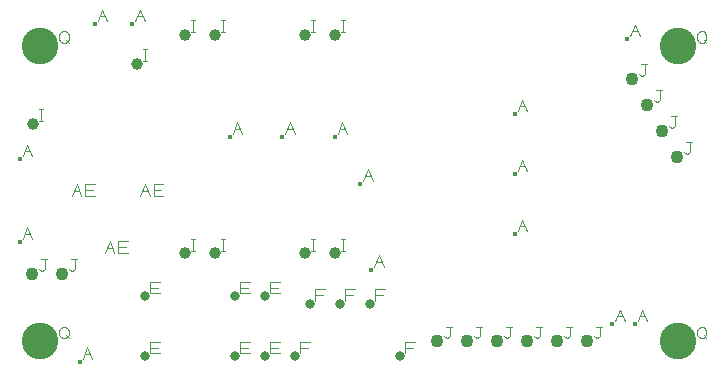
<source format=gbr>
G04 GENERATED BY PULSONIX 12.5 GERBER.DLL 9449*
G04 #@! TF.GenerationSoftware,Pulsonix,Pulsonix,12.5.9449*
G04 #@! TF.CreationDate,2025-04-26T21:18:15--1:00*
G04 #@! TF.Part,Single*
%FSLAX35Y35*%
%LPD*%
%MOMM*%
G04 #@! TF.FileFunction,Drillmap*
G04 #@! TF.FilePolarity,Positive*
G04 #@! TA.AperFunction,ViaPad*
%ADD107C,0.40000*%
G04 #@! TD.AperFunction*
%ADD108C,0.10000*%
G04 #@! TA.AperFunction,WasherPad*
%ADD109C,3.10000*%
G04 #@! TA.AperFunction,ComponentPad*
%ADD110C,1.00000*%
%ADD111C,0.81280*%
%ADD112C,0.80000*%
%ADD113C,1.10000*%
G04 #@! TD.AperFunction*
X0Y0D02*
D02*
D107*
X530925Y1358500D03*
Y2057000D03*
X1038925Y342500D03*
X1165925Y3200000D03*
X1483425D03*
X2308925Y2247500D03*
X2753425D03*
X3197925D03*
X3414550Y1849000D03*
X3509800Y1118750D03*
X4721925Y1422000D03*
Y1930000D03*
Y2438000D03*
X5547425Y660000D03*
X5674425Y3073000D03*
X5737925Y660000D03*
D02*
D108*
X555925Y1383206D02*
X597101Y1482029D01*
X638278Y1383206D01*
X572396Y1424382D02*
X621807Y1424382D01*
X555925Y2081706D02*
X597101Y2180529D01*
X638278Y2081706D01*
X572396Y2122882D02*
X621807Y2122882D01*
X695984Y2381706D02*
X728925Y2381706D01*
X712455D02*
X712455Y2480529D01*
X695984D02*
X728925Y2480529D01*
X696425Y1128176D02*
X704660Y1119941D01*
X721131Y1111706D01*
X737601Y1119941D01*
X745837Y1128176D01*
Y1210529D01*
X762307D01*
X745837D02*
X712896Y1210529D01*
X863925Y573147D02*
X863925Y606088D01*
X872160Y622559D01*
X880396Y630794D01*
X896866Y639029D01*
X913337D01*
X929807Y630794D01*
X938043Y622559D01*
X946278Y606088D01*
Y573147D01*
X938043Y556676D01*
X929807Y548441D01*
X913337Y540206D01*
X896866D01*
X880396Y548441D01*
X872160Y556676D01*
X863925Y573147D01*
X921572Y564912D02*
X946278Y540206D01*
X863925Y3073147D02*
X863925Y3106088D01*
X872160Y3122559D01*
X880396Y3130794D01*
X896866Y3139029D01*
X913337D01*
X929807Y3130794D01*
X938043Y3122559D01*
X946278Y3106088D01*
Y3073147D01*
X938043Y3056676D01*
X929807Y3048441D01*
X913337Y3040206D01*
X896866D01*
X880396Y3048441D01*
X872160Y3056676D01*
X863925Y3073147D01*
X921572Y3064912D02*
X946278Y3040206D01*
X950425Y1128176D02*
X958660Y1119941D01*
X975131Y1111706D01*
X991601Y1119941D01*
X999837Y1128176D01*
Y1210529D01*
X1016307D01*
X999837D02*
X966896Y1210529D01*
X971925Y1746706D02*
X1013101Y1845529D01*
X1054278Y1746706D01*
X988396Y1787882D02*
X1037807Y1787882D01*
X1085325Y1746706D02*
X1085325Y1845529D01*
X1167678D01*
X1151207Y1796118D02*
X1085325Y1796118D01*
Y1746706D02*
X1167678Y1746706D01*
X1063925Y367206D02*
X1105101Y466029D01*
X1146278Y367206D01*
X1080396Y408382D02*
X1129807Y408382D01*
X1190925Y3224706D02*
X1232101Y3323529D01*
X1273278Y3224706D01*
X1207396Y3265882D02*
X1256807Y3265882D01*
X1251925Y1266706D02*
X1293101Y1365529D01*
X1334278Y1266706D01*
X1268396Y1307882D02*
X1317807Y1307882D01*
X1365325Y1266706D02*
X1365325Y1365529D01*
X1447678D01*
X1431207Y1316118D02*
X1365325Y1316118D01*
Y1266706D02*
X1447678Y1266706D01*
X1508425Y3224706D02*
X1549601Y3323529D01*
X1590778Y3224706D01*
X1524896Y3265882D02*
X1574307Y3265882D01*
X1551925Y1746706D02*
X1593101Y1845529D01*
X1634278Y1746706D01*
X1568396Y1787882D02*
X1617807Y1787882D01*
X1665325Y1746706D02*
X1665325Y1845529D01*
X1747678D01*
X1731207Y1796118D02*
X1665325Y1796118D01*
Y1746706D02*
X1747678Y1746706D01*
X1575866Y2889706D02*
X1608807Y2889706D01*
X1592337D02*
X1592337Y2988529D01*
X1575866D02*
X1608807Y2988529D01*
X1633925Y413206D02*
X1633925Y512029D01*
X1716278D01*
X1699807Y462618D02*
X1633925Y462618D01*
Y413206D02*
X1716278Y413206D01*
X1633925Y921206D02*
X1633925Y1020029D01*
X1716278D01*
X1699807Y970618D02*
X1633925Y970618D01*
Y921206D02*
X1716278Y921206D01*
X1985925Y1284206D02*
X2018866Y1284206D01*
X2002396D02*
X2002396Y1383029D01*
X1985925D02*
X2018866Y1383029D01*
X1985925Y3134206D02*
X2018866Y3134206D01*
X2002396D02*
X2002396Y3233029D01*
X1985925D02*
X2018866Y3233029D01*
X2239925Y1284206D02*
X2272866Y1284206D01*
X2256396D02*
X2256396Y1383029D01*
X2239925D02*
X2272866Y1383029D01*
X2239925Y3134206D02*
X2272866Y3134206D01*
X2256396D02*
X2256396Y3233029D01*
X2239925D02*
X2272866Y3233029D01*
X2333925Y2272206D02*
X2375101Y2371029D01*
X2416278Y2272206D01*
X2350396Y2313382D02*
X2399807Y2313382D01*
X2395925Y413206D02*
X2395925Y512029D01*
X2478278D01*
X2461807Y462618D02*
X2395925Y462618D01*
Y413206D02*
X2478278Y413206D01*
X2395925Y921206D02*
X2395925Y1020029D01*
X2478278D01*
X2461807Y970618D02*
X2395925Y970618D01*
Y921206D02*
X2478278Y921206D01*
X2649925Y413206D02*
X2649925Y512029D01*
X2732278D01*
X2715807Y462618D02*
X2649925Y462618D01*
Y413206D02*
X2732278Y413206D01*
X2649925Y921206D02*
X2649925Y1020029D01*
X2732278D01*
X2715807Y970618D02*
X2649925Y970618D01*
Y921206D02*
X2732278Y921206D01*
X2778425Y2272206D02*
X2819601Y2371029D01*
X2860778Y2272206D01*
X2794896Y2313382D02*
X2844307Y2313382D01*
X2904565Y413206D02*
X2904565Y512029D01*
X2986918D01*
X2970447Y462618D02*
X2904565Y462618D01*
X3001925Y1284206D02*
X3034866Y1284206D01*
X3018396D02*
X3018396Y1383029D01*
X3001925D02*
X3034866Y1383029D01*
X3001925Y3134206D02*
X3034866Y3134206D01*
X3018396D02*
X3018396Y3233029D01*
X3001925D02*
X3034866Y3233029D01*
X3031565Y857706D02*
X3031565Y956529D01*
X3113918D01*
X3097447Y907118D02*
X3031565Y907118D01*
X3222925Y2272206D02*
X3264101Y2371029D01*
X3305278Y2272206D01*
X3239396Y2313382D02*
X3288807Y2313382D01*
X3255925Y1284206D02*
X3288866Y1284206D01*
X3272396D02*
X3272396Y1383029D01*
X3255925D02*
X3288866Y1383029D01*
X3255925Y3134206D02*
X3288866Y3134206D01*
X3272396D02*
X3272396Y3233029D01*
X3255925D02*
X3288866Y3233029D01*
X3285565Y857706D02*
X3285565Y956529D01*
X3367918D01*
X3351447Y907118D02*
X3285565Y907118D01*
X3439550Y1873706D02*
X3480726Y1972529D01*
X3521903Y1873706D01*
X3456021Y1914882D02*
X3505432Y1914882D01*
X3534800Y1143456D02*
X3575976Y1242279D01*
X3617153Y1143456D01*
X3551271Y1184632D02*
X3600682Y1184632D01*
X3539565Y857706D02*
X3539565Y956529D01*
X3621918D01*
X3605447Y907118D02*
X3539565Y907118D01*
X3793565Y413206D02*
X3793565Y512029D01*
X3875918D01*
X3859447Y462618D02*
X3793565Y462618D01*
X4125425Y556676D02*
X4133660Y548441D01*
X4150131Y540206D01*
X4166601Y548441D01*
X4174837Y556676D01*
Y639029D01*
X4191307D01*
X4174837D02*
X4141896Y639029D01*
X4379425Y556676D02*
X4387660Y548441D01*
X4404131Y540206D01*
X4420601Y548441D01*
X4428837Y556676D01*
Y639029D01*
X4445307D01*
X4428837D02*
X4395896Y639029D01*
X4633425Y556676D02*
X4641660Y548441D01*
X4658131Y540206D01*
X4674601Y548441D01*
X4682837Y556676D01*
Y639029D01*
X4699307D01*
X4682837D02*
X4649896Y639029D01*
X4746925Y1446706D02*
X4788101Y1545529D01*
X4829278Y1446706D01*
X4763396Y1487882D02*
X4812807Y1487882D01*
X4746925Y1954706D02*
X4788101Y2053529D01*
X4829278Y1954706D01*
X4763396Y1995882D02*
X4812807Y1995882D01*
X4746925Y2462706D02*
X4788101Y2561529D01*
X4829278Y2462706D01*
X4763396Y2503882D02*
X4812807Y2503882D01*
X4887425Y556676D02*
X4895660Y548441D01*
X4912131Y540206D01*
X4928601Y548441D01*
X4936837Y556676D01*
Y639029D01*
X4953307D01*
X4936837D02*
X4903896Y639029D01*
X5141425Y556676D02*
X5149660Y548441D01*
X5166131Y540206D01*
X5182601Y548441D01*
X5190837Y556676D01*
Y639029D01*
X5207307D01*
X5190837D02*
X5157896Y639029D01*
X5395425Y556676D02*
X5403660Y548441D01*
X5420131Y540206D01*
X5436601Y548441D01*
X5444837Y556676D01*
Y639029D01*
X5461307D01*
X5444837D02*
X5411896Y639029D01*
X5572425Y684706D02*
X5613601Y783529D01*
X5654778Y684706D01*
X5588896Y725882D02*
X5638307Y725882D01*
X5699425Y3097706D02*
X5740601Y3196529D01*
X5781778Y3097706D01*
X5715896Y3138882D02*
X5765307Y3138882D01*
X5762925Y684706D02*
X5804101Y783529D01*
X5845278Y684706D01*
X5779396Y725882D02*
X5828807Y725882D01*
X5776425Y2779176D02*
X5784660Y2770941D01*
X5801131Y2762706D01*
X5817601Y2770941D01*
X5825837Y2779176D01*
Y2861529D01*
X5842307D01*
X5825837D02*
X5792896Y2861529D01*
X5903425Y2559206D02*
X5911660Y2550971D01*
X5928131Y2542736D01*
X5944601Y2550971D01*
X5952837Y2559206D01*
Y2641559D01*
X5969307D01*
X5952837D02*
X5919896Y2641559D01*
X6030425Y2339235D02*
X6038660Y2331000D01*
X6055131Y2322765D01*
X6071601Y2331000D01*
X6079837Y2339235D01*
Y2421588D01*
X6096307D01*
X6079837D02*
X6046896Y2421588D01*
X6157425Y2119265D02*
X6165660Y2111030D01*
X6182131Y2102795D01*
X6198601Y2111030D01*
X6206837Y2119265D01*
Y2201618D01*
X6223307D01*
X6206837D02*
X6173896Y2201618D01*
X6263925Y573147D02*
X6263925Y606088D01*
X6272160Y622559D01*
X6280396Y630794D01*
X6296866Y639029D01*
X6313337D01*
X6329807Y630794D01*
X6338043Y622559D01*
X6346278Y606088D01*
Y573147D01*
X6338043Y556676D01*
X6329807Y548441D01*
X6313337Y540206D01*
X6296866D01*
X6280396Y548441D01*
X6272160Y556676D01*
X6263925Y573147D01*
X6321572Y564912D02*
X6346278Y540206D01*
X6263925Y3073147D02*
X6263925Y3106088D01*
X6272160Y3122559D01*
X6280396Y3130794D01*
X6296866Y3139029D01*
X6313337D01*
X6329807Y3130794D01*
X6338043Y3122559D01*
X6346278Y3106088D01*
Y3073147D01*
X6338043Y3056676D01*
X6329807Y3048441D01*
X6313337Y3040206D01*
X6296866D01*
X6280396Y3048441D01*
X6272160Y3056676D01*
X6263925Y3073147D01*
X6321572Y3064912D02*
X6346278Y3040206D01*
D02*
D109*
X703925Y515500D03*
Y3015500D03*
X6103925Y515500D03*
Y3015500D03*
D02*
D110*
X640984Y2357000D03*
X1520866Y2865000D03*
X1930925Y1259500D03*
Y3109500D03*
X2184925Y1259500D03*
Y3109500D03*
X2946925Y1259500D03*
Y3109500D03*
X3200925Y1259500D03*
Y3109500D03*
D02*
D111*
X2858925Y388500D03*
X2985925Y833000D03*
X3239925D03*
X3493925D03*
X3747925Y388500D03*
D02*
D112*
X1588925D03*
Y896500D03*
X2350925Y388500D03*
Y896500D03*
X2604925Y388500D03*
Y896500D03*
D02*
D113*
X636425Y1087000D03*
X890425D03*
X4065425Y515500D03*
X4319425D03*
X4573425D03*
X4827425D03*
X5081425D03*
X5335425D03*
X5716425Y2738000D03*
X5843425Y2518030D03*
X5970425Y2298059D03*
X6097425Y2078089D03*
X0Y0D02*
M02*

</source>
